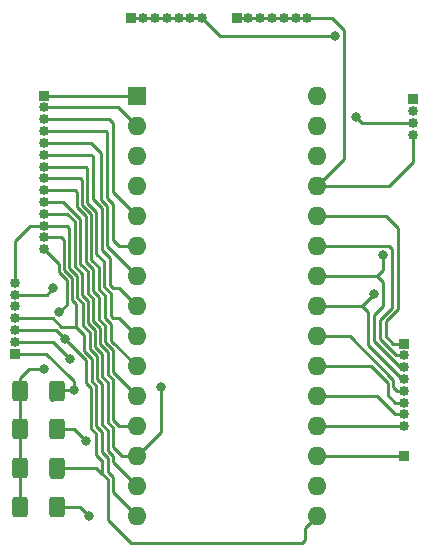
<source format=gtl>
G04 #@! TF.GenerationSoftware,KiCad,Pcbnew,7.0.10*
G04 #@! TF.CreationDate,2024-01-10T10:45:30-08:00*
G04 #@! TF.ProjectId,Jettabrain,4a657474-6162-4726-9169-6e2e6b696361,rev?*
G04 #@! TF.SameCoordinates,Original*
G04 #@! TF.FileFunction,Copper,L1,Top*
G04 #@! TF.FilePolarity,Positive*
%FSLAX46Y46*%
G04 Gerber Fmt 4.6, Leading zero omitted, Abs format (unit mm)*
G04 Created by KiCad (PCBNEW 7.0.10) date 2024-01-10 10:45:30*
%MOMM*%
%LPD*%
G01*
G04 APERTURE LIST*
G04 Aperture macros list*
%AMRoundRect*
0 Rectangle with rounded corners*
0 $1 Rounding radius*
0 $2 $3 $4 $5 $6 $7 $8 $9 X,Y pos of 4 corners*
0 Add a 4 corners polygon primitive as box body*
4,1,4,$2,$3,$4,$5,$6,$7,$8,$9,$2,$3,0*
0 Add four circle primitives for the rounded corners*
1,1,$1+$1,$2,$3*
1,1,$1+$1,$4,$5*
1,1,$1+$1,$6,$7*
1,1,$1+$1,$8,$9*
0 Add four rect primitives between the rounded corners*
20,1,$1+$1,$2,$3,$4,$5,0*
20,1,$1+$1,$4,$5,$6,$7,0*
20,1,$1+$1,$6,$7,$8,$9,0*
20,1,$1+$1,$8,$9,$2,$3,0*%
G04 Aperture macros list end*
G04 #@! TA.AperFunction,SMDPad,CuDef*
%ADD10RoundRect,0.250000X-0.400000X-0.625000X0.400000X-0.625000X0.400000X0.625000X-0.400000X0.625000X0*%
G04 #@! TD*
G04 #@! TA.AperFunction,ComponentPad*
%ADD11R,0.850000X0.850000*%
G04 #@! TD*
G04 #@! TA.AperFunction,ComponentPad*
%ADD12O,0.850000X0.850000*%
G04 #@! TD*
G04 #@! TA.AperFunction,ComponentPad*
%ADD13R,1.600000X1.600000*%
G04 #@! TD*
G04 #@! TA.AperFunction,ComponentPad*
%ADD14O,1.600000X1.600000*%
G04 #@! TD*
G04 #@! TA.AperFunction,ViaPad*
%ADD15C,0.800000*%
G04 #@! TD*
G04 #@! TA.AperFunction,Conductor*
%ADD16C,0.250000*%
G04 #@! TD*
G04 APERTURE END LIST*
D10*
X124714000Y-123178000D03*
X127814000Y-123178000D03*
D11*
X126746000Y-88346000D03*
D12*
X126746000Y-89346000D03*
X126746000Y-90346000D03*
X126746000Y-91346000D03*
X126746000Y-92346000D03*
X126746000Y-93346000D03*
X126746000Y-94346000D03*
X126746000Y-95346000D03*
X126746000Y-96346000D03*
X126746000Y-97346000D03*
X126746000Y-98346000D03*
X126746000Y-99346000D03*
X126746000Y-100346000D03*
X126746000Y-101346000D03*
D11*
X124311000Y-110188000D03*
D12*
X124311000Y-109188000D03*
X124311000Y-108188000D03*
X124311000Y-107188000D03*
X124311000Y-106188000D03*
X124311000Y-105188000D03*
X124311000Y-104188000D03*
D11*
X157226000Y-118872000D03*
D10*
X124714000Y-119888000D03*
X127814000Y-119888000D03*
D13*
X134620000Y-88392000D03*
D14*
X134620000Y-90932000D03*
X134620000Y-93472000D03*
X134620000Y-96012000D03*
X134620000Y-98552000D03*
X134620000Y-101092000D03*
X134620000Y-103632000D03*
X134620000Y-106172000D03*
X134620000Y-108712000D03*
X134620000Y-111252000D03*
X134620000Y-113792000D03*
X134620000Y-116332000D03*
X134620000Y-118872000D03*
X134620000Y-121412000D03*
X134620000Y-123952000D03*
X149860000Y-123952000D03*
X149860000Y-121412000D03*
X149860000Y-118872000D03*
X149860000Y-116332000D03*
X149860000Y-113792000D03*
X149860000Y-111252000D03*
X149860000Y-108712000D03*
X149860000Y-106172000D03*
X149860000Y-103632000D03*
X149860000Y-101092000D03*
X149860000Y-98552000D03*
X149860000Y-96012000D03*
X149860000Y-93472000D03*
X149860000Y-90932000D03*
X149860000Y-88392000D03*
D10*
X124714000Y-116598000D03*
X127814000Y-116598000D03*
D11*
X157226000Y-109332000D03*
D12*
X157226000Y-110332000D03*
X157226000Y-111332000D03*
X157226000Y-112332000D03*
X157226000Y-113332000D03*
X157226000Y-114332000D03*
X157226000Y-115332000D03*
X157226000Y-116332000D03*
D11*
X134144000Y-81788000D03*
D12*
X135144000Y-81788000D03*
X136144000Y-81788000D03*
X137144000Y-81788000D03*
X138144000Y-81788000D03*
X139144000Y-81788000D03*
X140144000Y-81788000D03*
D10*
X124714000Y-113308000D03*
X127814000Y-113308000D03*
D11*
X143050000Y-81788000D03*
D12*
X144050000Y-81788000D03*
X145050000Y-81788000D03*
X146050000Y-81788000D03*
X147050000Y-81788000D03*
X148050000Y-81788000D03*
X149050000Y-81788000D03*
D11*
X157988000Y-88646000D03*
D12*
X157988000Y-89646000D03*
X157988000Y-90646000D03*
X157988000Y-91646000D03*
D15*
X126746000Y-111506000D03*
X127508000Y-104648000D03*
X129286000Y-113284000D03*
X130302000Y-117602000D03*
X136652000Y-113030000D03*
X128914306Y-110626305D03*
X130556000Y-123952000D03*
X128016000Y-106680000D03*
X128524000Y-108966000D03*
X154686000Y-105156000D03*
X155485000Y-101854000D03*
X153162000Y-90170000D03*
X151384000Y-83312000D03*
D16*
X152146000Y-93726000D02*
X149860000Y-96012000D01*
X145050000Y-81788000D02*
X146050000Y-81788000D01*
X155956000Y-96012000D02*
X157988000Y-93980000D01*
X146050000Y-81788000D02*
X147050000Y-81788000D01*
X152146000Y-82804000D02*
X152146000Y-93726000D01*
X157988000Y-93980000D02*
X157988000Y-91646000D01*
X151130000Y-81788000D02*
X152146000Y-82804000D01*
X143050000Y-81788000D02*
X144050000Y-81788000D01*
X149860000Y-96012000D02*
X155956000Y-96012000D01*
X144050000Y-81788000D02*
X145050000Y-81788000D01*
X148050000Y-81788000D02*
X149050000Y-81788000D01*
X149050000Y-81788000D02*
X151130000Y-81788000D01*
X147050000Y-81788000D02*
X148050000Y-81788000D01*
X134574000Y-88346000D02*
X134620000Y-88392000D01*
X126746000Y-88346000D02*
X134574000Y-88346000D01*
X133034000Y-89346000D02*
X126746000Y-89346000D01*
X134620000Y-90932000D02*
X133034000Y-89346000D01*
X126746000Y-111506000D02*
X125476000Y-111506000D01*
X124714000Y-116598000D02*
X124714000Y-119888000D01*
X124714000Y-113308000D02*
X124714000Y-116598000D01*
X124714000Y-119888000D02*
X124714000Y-123178000D01*
X124714000Y-112268000D02*
X124714000Y-113308000D01*
X125476000Y-111506000D02*
X124714000Y-112268000D01*
X126746000Y-90346000D02*
X132256000Y-90346000D01*
X132588000Y-96520000D02*
X134620000Y-98552000D01*
X132256000Y-90346000D02*
X132588000Y-90678000D01*
X132588000Y-90678000D02*
X132588000Y-96520000D01*
X132588000Y-100584000D02*
X132588000Y-97536000D01*
X133096000Y-101092000D02*
X132588000Y-100584000D01*
X126968000Y-105188000D02*
X127508000Y-104648000D01*
X132080000Y-97028000D02*
X132080000Y-91440000D01*
X132080000Y-91440000D02*
X131986000Y-91346000D01*
X134620000Y-101092000D02*
X133096000Y-101092000D01*
X124311000Y-105188000D02*
X126968000Y-105188000D01*
X132588000Y-97536000D02*
X132080000Y-97028000D01*
X131986000Y-91346000D02*
X126746000Y-91346000D01*
X134620000Y-103632000D02*
X132080000Y-101092000D01*
X132080000Y-101092000D02*
X132080000Y-97664396D01*
X131572000Y-97156396D02*
X131572000Y-93218000D01*
X131572000Y-93218000D02*
X130700000Y-92346000D01*
X130700000Y-92346000D02*
X126746000Y-92346000D01*
X132080000Y-97664396D02*
X131572000Y-97156396D01*
X131630000Y-97850792D02*
X130868000Y-97088792D01*
X132334000Y-102108000D02*
X131630000Y-101404000D01*
X134620000Y-106172000D02*
X133096000Y-104648000D01*
X130742000Y-93346000D02*
X126746000Y-93346000D01*
X132334000Y-104394000D02*
X132334000Y-102108000D01*
X133096000Y-104648000D02*
X132588000Y-104648000D01*
X131630000Y-101404000D02*
X131630000Y-97850792D01*
X130868000Y-93472000D02*
X130742000Y-93346000D01*
X130868000Y-97088792D02*
X130868000Y-93472000D01*
X132588000Y-104648000D02*
X132334000Y-104394000D01*
X130276000Y-94346000D02*
X130418000Y-94488000D01*
X130418000Y-94488000D02*
X130418000Y-97398000D01*
X132396802Y-105093198D02*
X132396802Y-106996802D01*
X131180000Y-98160000D02*
X131180000Y-101716000D01*
X132396802Y-106996802D02*
X132588000Y-107188000D01*
X131826000Y-102362000D02*
X131826000Y-104522396D01*
X132588000Y-107188000D02*
X133096000Y-107188000D01*
X131180000Y-101716000D02*
X131826000Y-102362000D01*
X126746000Y-94346000D02*
X126746000Y-94096000D01*
X130418000Y-97398000D02*
X131180000Y-98160000D01*
X131826000Y-104522396D02*
X132396802Y-105093198D01*
X133096000Y-107188000D02*
X134620000Y-108712000D01*
X126746000Y-94346000D02*
X130276000Y-94346000D01*
X130730000Y-102224000D02*
X130730000Y-98346396D01*
X131946802Y-105279594D02*
X131376000Y-104708792D01*
X131946802Y-107183198D02*
X131946802Y-105279594D01*
X134620000Y-111252000D02*
X132459604Y-109091604D01*
X129968000Y-95504000D02*
X129810000Y-95346000D01*
X132459604Y-107696000D02*
X131946802Y-107183198D01*
X129968000Y-97584396D02*
X129968000Y-95504000D01*
X129810000Y-95346000D02*
X126746000Y-95346000D01*
X132459604Y-109091604D02*
X132459604Y-107696000D01*
X131376000Y-102870000D02*
X130730000Y-102224000D01*
X130730000Y-98346396D02*
X129968000Y-97584396D01*
X131376000Y-104708792D02*
X131376000Y-102870000D01*
X130280000Y-102410396D02*
X130926000Y-103056396D01*
X131951604Y-107824396D02*
X131951604Y-109220000D01*
X131379406Y-107252198D02*
X131951604Y-107824396D01*
X131951604Y-109220000D02*
X132588000Y-109856396D01*
X129518000Y-96520000D02*
X129518000Y-97770792D01*
X132588000Y-109856396D02*
X132588000Y-111760000D01*
X129344000Y-96346000D02*
X129518000Y-96520000D01*
X130280000Y-98532792D02*
X130280000Y-102410396D01*
X129518000Y-97770792D02*
X130280000Y-98532792D01*
X132588000Y-111760000D02*
X134620000Y-113792000D01*
X126746000Y-96346000D02*
X129344000Y-96346000D01*
X130926000Y-103056396D02*
X130926000Y-104895188D01*
X130926000Y-104895188D02*
X131379406Y-105348594D01*
X131379406Y-105348594D02*
X131379406Y-107252198D01*
X127838000Y-113284000D02*
X127814000Y-113308000D01*
X129262000Y-113308000D02*
X129286000Y-113284000D01*
X130929406Y-107438594D02*
X131501604Y-108010792D01*
X131501604Y-108010792D02*
X131501604Y-109406396D01*
X130456604Y-103223396D02*
X130456604Y-105062188D01*
X131501604Y-109406396D02*
X132138000Y-110042792D01*
X133096000Y-116332000D02*
X134620000Y-116332000D01*
X130456604Y-105062188D02*
X130929406Y-105534990D01*
X132138000Y-111946396D02*
X132588000Y-112396396D01*
X132588000Y-115824000D02*
X133096000Y-116332000D01*
X129794000Y-102560792D02*
X130456604Y-103223396D01*
X128778000Y-112014000D02*
X129286000Y-112522000D01*
X129286000Y-112522000D02*
X129286000Y-113284000D01*
X129794000Y-98806000D02*
X129794000Y-102560792D01*
X126952000Y-110188000D02*
X129286000Y-112522000D01*
X129286000Y-113284000D02*
X127838000Y-113284000D01*
X132138000Y-110042792D02*
X132138000Y-111946396D01*
X128334000Y-97346000D02*
X129794000Y-98806000D01*
X127306000Y-114082000D02*
X127472000Y-114082000D01*
X132588000Y-112396396D02*
X132588000Y-115824000D01*
X126746000Y-97346000D02*
X128334000Y-97346000D01*
X124311000Y-110188000D02*
X126952000Y-110188000D01*
X130929406Y-105534990D02*
X130929406Y-107438594D01*
X131688000Y-110229188D02*
X131688000Y-112132792D01*
X130479406Y-107624990D02*
X131051604Y-108197188D01*
X131051604Y-108197188D02*
X131051604Y-109592792D01*
X131051604Y-109592792D02*
X131688000Y-110229188D01*
X136652000Y-116840000D02*
X134620000Y-118872000D01*
X132588000Y-116460396D02*
X132588000Y-118110000D01*
X130006604Y-105248584D02*
X130479406Y-105721386D01*
X127476001Y-109188000D02*
X128914306Y-110626305D01*
X130479406Y-105721386D02*
X130479406Y-107624990D01*
X132138000Y-112582792D02*
X132138000Y-116010396D01*
X124311000Y-109188000D02*
X127476001Y-109188000D01*
X126746000Y-98346000D02*
X128697604Y-98346000D01*
X129298000Y-116598000D02*
X127814000Y-116598000D01*
X132138000Y-116010396D02*
X132588000Y-116460396D01*
X133350000Y-118872000D02*
X134620000Y-118872000D01*
X131688000Y-112132792D02*
X132138000Y-112582792D01*
X129344000Y-102747188D02*
X130006604Y-103409792D01*
X136652000Y-113030000D02*
X136652000Y-116840000D01*
X130302000Y-117602000D02*
X129298000Y-116598000D01*
X129344000Y-98992396D02*
X129344000Y-102747188D01*
X130006604Y-103409792D02*
X130006604Y-105248584D01*
X132588000Y-118110000D02*
X133350000Y-118872000D01*
X128697604Y-98346000D02*
X129344000Y-98992396D01*
X128894000Y-102933584D02*
X129556604Y-103596188D01*
X131688000Y-116196792D02*
X132138000Y-116646792D01*
X128672000Y-99346000D02*
X128894000Y-99568000D01*
X131238000Y-110415584D02*
X131238000Y-112319188D01*
X132138000Y-116646792D02*
X132138000Y-118422000D01*
X132138000Y-118422000D02*
X132588000Y-118872000D01*
X126746000Y-99346000D02*
X128672000Y-99346000D01*
X130029406Y-105907782D02*
X130029406Y-107811386D01*
X130029406Y-107811386D02*
X130601604Y-108383584D01*
X129556604Y-103596188D02*
X129556604Y-105434980D01*
X132588000Y-119380000D02*
X134620000Y-121412000D01*
X130601604Y-108383584D02*
X130601604Y-109779188D01*
X130601604Y-109779188D02*
X131238000Y-110415584D01*
X128894000Y-99568000D02*
X128894000Y-102933584D01*
X131238000Y-112319188D02*
X131688000Y-112769188D01*
X129556604Y-105434980D02*
X130029406Y-105907782D01*
X124311000Y-104188000D02*
X124311000Y-100632000D01*
X131688000Y-112769188D02*
X131688000Y-116196792D01*
X124311000Y-100632000D02*
X125597000Y-99346000D01*
X125597000Y-99346000D02*
X126746000Y-99346000D01*
X132588000Y-118872000D02*
X132588000Y-119380000D01*
X130151604Y-108569980D02*
X130151604Y-109965584D01*
X128206000Y-100346000D02*
X128444000Y-100584000D01*
X128200685Y-107889990D02*
X129471614Y-107889990D01*
X132588000Y-120650000D02*
X132588000Y-121920000D01*
X129471614Y-105986386D02*
X129471614Y-107889990D01*
X130151604Y-109965584D02*
X130788000Y-110601980D01*
X130556000Y-123952000D02*
X129782000Y-123178000D01*
X128444000Y-103119980D02*
X129106604Y-103782584D01*
X131188208Y-116333396D02*
X131633406Y-116778594D01*
X132588000Y-121920000D02*
X134620000Y-123952000D01*
X131633406Y-118553802D02*
X132138000Y-119058396D01*
X129106604Y-105621376D02*
X129471614Y-105986386D01*
X131188208Y-112905792D02*
X131188208Y-116333396D01*
X129106604Y-103782584D02*
X129106604Y-105621376D01*
X129782000Y-123178000D02*
X127814000Y-123178000D01*
X129471614Y-107889990D02*
X130151604Y-108569980D01*
X131633406Y-116778594D02*
X131633406Y-118553802D01*
X132138000Y-120200000D02*
X132588000Y-120650000D01*
X124311000Y-107188000D02*
X127498695Y-107188000D01*
X130788000Y-110601980D02*
X130788000Y-112505584D01*
X126746000Y-100346000D02*
X128206000Y-100346000D01*
X128444000Y-100584000D02*
X128444000Y-103119980D01*
X130788000Y-112505584D02*
X131188208Y-112905792D01*
X132138000Y-119058396D02*
X132138000Y-120200000D01*
X127498695Y-107188000D02*
X128200685Y-107889990D01*
X131688000Y-119244792D02*
X131688000Y-120386396D01*
X128656604Y-106039396D02*
X128016000Y-106680000D01*
X148844000Y-124968000D02*
X149860000Y-123952000D01*
X130738208Y-116519792D02*
X131183406Y-116964990D01*
X129701604Y-110151980D02*
X130297812Y-110748188D01*
X132138000Y-124264000D02*
X134112000Y-126238000D01*
X148844000Y-125984000D02*
X148844000Y-124968000D01*
X132138000Y-120836396D02*
X132138000Y-124264000D01*
X148590000Y-126238000D02*
X148844000Y-125984000D01*
X126746000Y-101346000D02*
X127994000Y-102594000D01*
X131688000Y-120386396D02*
X132138000Y-120836396D01*
X131183406Y-118740198D02*
X131688000Y-119244792D01*
X131569208Y-119126000D02*
X131688000Y-119244792D01*
X128524000Y-108966000D02*
X129701604Y-110143604D01*
X131183406Y-116964990D02*
X131183406Y-118740198D01*
X127994000Y-102594000D02*
X127994000Y-103306376D01*
X130738208Y-113092188D02*
X130738208Y-116519792D01*
X131189604Y-119888000D02*
X131688000Y-120386396D01*
X127814000Y-119888000D02*
X131189604Y-119888000D01*
X129701604Y-110143604D02*
X129701604Y-110151980D01*
X128656604Y-105807772D02*
X128656604Y-106039396D01*
X127306000Y-120662000D02*
X128258000Y-120662000D01*
X127746000Y-108188000D02*
X128524000Y-108966000D01*
X130297812Y-112651792D02*
X130738208Y-113092188D01*
X128656604Y-103968980D02*
X128656604Y-105807772D01*
X134112000Y-126238000D02*
X148590000Y-126238000D01*
X124311000Y-108188000D02*
X127746000Y-108188000D01*
X127994000Y-103306376D02*
X128656604Y-103968980D01*
X130297812Y-110748188D02*
X130297812Y-112651792D01*
X149860000Y-118872000D02*
X157226000Y-118872000D01*
X149860000Y-116332000D02*
X157226000Y-116332000D01*
X156480000Y-115332000D02*
X157226000Y-115332000D01*
X154940000Y-113792000D02*
X156480000Y-115332000D01*
X149860000Y-113792000D02*
X154940000Y-113792000D01*
X155872960Y-112692960D02*
X155872960Y-113708960D01*
X154432000Y-111252000D02*
X155872960Y-112692960D01*
X156496000Y-114332000D02*
X157226000Y-114332000D01*
X149860000Y-111252000D02*
X154432000Y-111252000D01*
X155872960Y-113708960D02*
X156496000Y-114332000D01*
X156624960Y-113332000D02*
X157226000Y-113332000D01*
X152654000Y-108712000D02*
X156322960Y-112380960D01*
X149860000Y-108712000D02*
X152654000Y-108712000D01*
X156322960Y-113030000D02*
X156624960Y-113332000D01*
X156322960Y-112380960D02*
X156322960Y-113030000D01*
X153670000Y-106172000D02*
X154178000Y-106680000D01*
X154178000Y-109474000D02*
X157036000Y-112332000D01*
X157036000Y-112332000D02*
X157226000Y-112332000D01*
X153670000Y-106172000D02*
X149860000Y-106172000D01*
X154686000Y-105156000D02*
X153670000Y-106172000D01*
X154178000Y-106680000D02*
X154178000Y-109474000D01*
X155448000Y-104140000D02*
X155448000Y-106172000D01*
X154686000Y-106934000D02*
X154686000Y-109094396D01*
X149860000Y-103632000D02*
X154940000Y-103632000D01*
X156923604Y-111332000D02*
X157226000Y-111332000D01*
X155485000Y-101854000D02*
X155485000Y-103087000D01*
X155485000Y-103087000D02*
X154940000Y-103632000D01*
X154686000Y-109094396D02*
X156923604Y-111332000D01*
X155448000Y-106172000D02*
X154686000Y-106934000D01*
X154940000Y-103632000D02*
X155448000Y-104140000D01*
X155194000Y-107313604D02*
X155194000Y-108966000D01*
X156560000Y-110332000D02*
X157226000Y-110332000D01*
X149860000Y-101092000D02*
X155956000Y-101092000D01*
X155956000Y-101092000D02*
X156210000Y-101346000D01*
X156210000Y-106297604D02*
X155194000Y-107313604D01*
X156210000Y-101346000D02*
X156210000Y-106297604D01*
X155194000Y-108966000D02*
X156560000Y-110332000D01*
X153638000Y-90646000D02*
X153162000Y-90170000D01*
X136144000Y-81788000D02*
X137144000Y-81788000D01*
X141668000Y-83312000D02*
X142240000Y-83312000D01*
X140144000Y-81788000D02*
X141668000Y-83312000D01*
X137144000Y-81788000D02*
X138144000Y-81788000D01*
X135144000Y-81788000D02*
X136144000Y-81788000D01*
X134144000Y-81788000D02*
X135144000Y-81788000D01*
X157988000Y-90646000D02*
X153638000Y-90646000D01*
X142240000Y-83312000D02*
X151384000Y-83312000D01*
X139144000Y-81788000D02*
X140144000Y-81788000D01*
X138144000Y-81788000D02*
X139144000Y-81788000D01*
X156322000Y-109332000D02*
X157226000Y-109332000D01*
X149860000Y-98552000D02*
X155702000Y-98552000D01*
X156718000Y-99568000D02*
X156718000Y-106426000D01*
X155702000Y-107442000D02*
X155702000Y-108712000D01*
X155702000Y-108712000D02*
X156322000Y-109332000D01*
X156718000Y-106426000D02*
X155702000Y-107442000D01*
X155702000Y-98552000D02*
X156718000Y-99568000D01*
M02*

</source>
